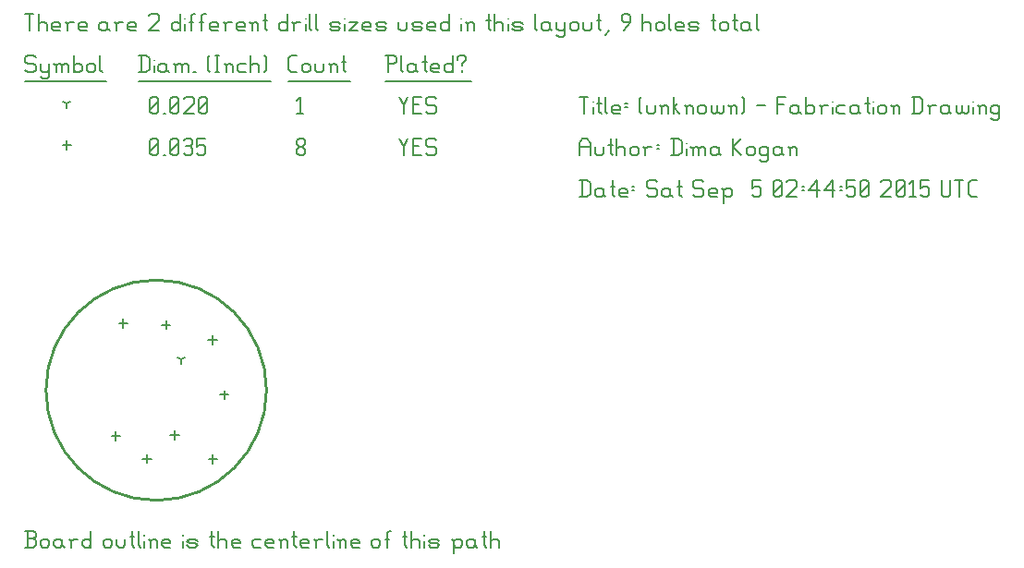
<source format=gbr>
G04 start of page 12 for group -3984 idx -3984 *
G04 Title: (unknown), fab *
G04 Creator: pcb 20140316 *
G04 CreationDate: Sat Sep  5 02:44:50 2015 UTC *
G04 For: dima *
G04 Format: Gerber/RS-274X *
G04 PCB-Dimensions (mil): 944.88 944.88 *
G04 PCB-Coordinate-Origin: lower left *
%MOIN*%
%FSLAX25Y25*%
%LNFAB*%
%ADD82C,0.0100*%
%ADD81C,0.0075*%
%ADD80C,0.0060*%
%ADD79C,0.0080*%
G54D79*X67636Y66959D02*Y63759D01*
X66036Y65359D02*X69236D01*
X35370Y73032D02*Y69832D01*
X33770Y71432D02*X36970D01*
X32677Y32309D02*Y29109D01*
X31077Y30709D02*X34277D01*
X50787Y72466D02*Y69266D01*
X49187Y70866D02*X52387D01*
X71738Y47192D02*Y43992D01*
X70138Y45592D02*X73338D01*
X43963Y24108D02*Y20908D01*
X42363Y22508D02*X45563D01*
X53937Y32702D02*Y29502D01*
X52337Y31102D02*X55537D01*
X67717Y24041D02*Y20841D01*
X66117Y22441D02*X69317D01*
X15000Y137338D02*Y134138D01*
X13400Y135738D02*X16600D01*
G54D80*X135000Y137988D02*X136500Y134988D01*
X138000Y137988D01*
X136500Y134988D02*Y131988D01*
X139800Y135288D02*X142050D01*
X139800Y131988D02*X142800D01*
X139800Y137988D02*Y131988D01*
Y137988D02*X142800D01*
X147600D02*X148350Y137238D01*
X145350Y137988D02*X147600D01*
X144600Y137238D02*X145350Y137988D01*
X144600Y137238D02*Y135738D01*
X145350Y134988D01*
X147600D01*
X148350Y134238D01*
Y132738D01*
X147600Y131988D02*X148350Y132738D01*
X145350Y131988D02*X147600D01*
X144600Y132738D02*X145350Y131988D01*
X98000Y132738D02*X98750Y131988D01*
X98000Y133938D02*Y132738D01*
Y133938D02*X99050Y134988D01*
X99950D01*
X101000Y133938D01*
Y132738D01*
X100250Y131988D02*X101000Y132738D01*
X98750Y131988D02*X100250D01*
X98000Y136038D02*X99050Y134988D01*
X98000Y137238D02*Y136038D01*
Y137238D02*X98750Y137988D01*
X100250D01*
X101000Y137238D01*
Y136038D01*
X99950Y134988D02*X101000Y136038D01*
X45000Y132738D02*X45750Y131988D01*
X45000Y137238D02*Y132738D01*
Y137238D02*X45750Y137988D01*
X47250D01*
X48000Y137238D01*
Y132738D01*
X47250Y131988D02*X48000Y132738D01*
X45750Y131988D02*X47250D01*
X45000Y133488D02*X48000Y136488D01*
X49800Y131988D02*X50550D01*
X52350Y132738D02*X53100Y131988D01*
X52350Y137238D02*Y132738D01*
Y137238D02*X53100Y137988D01*
X54600D01*
X55350Y137238D01*
Y132738D01*
X54600Y131988D02*X55350Y132738D01*
X53100Y131988D02*X54600D01*
X52350Y133488D02*X55350Y136488D01*
X57150Y137238D02*X57900Y137988D01*
X59400D01*
X60150Y137238D01*
X59400Y131988D02*X60150Y132738D01*
X57900Y131988D02*X59400D01*
X57150Y132738D02*X57900Y131988D01*
Y135288D02*X59400D01*
X60150Y137238D02*Y136038D01*
Y134538D02*Y132738D01*
Y134538D02*X59400Y135288D01*
X60150Y136038D02*X59400Y135288D01*
X61950Y137988D02*X64950D01*
X61950D02*Y134988D01*
X62700Y135738D01*
X64200D01*
X64950Y134988D01*
Y132738D01*
X64200Y131988D02*X64950Y132738D01*
X62700Y131988D02*X64200D01*
X61950Y132738D02*X62700Y131988D01*
X56299Y58268D02*Y56668D01*
Y58268D02*X57686Y59068D01*
X56299Y58268D02*X54913Y59068D01*
X15000Y150738D02*Y149138D01*
Y150738D02*X16387Y151538D01*
X15000Y150738D02*X13613Y151538D01*
X135000Y152988D02*X136500Y149988D01*
X138000Y152988D01*
X136500Y149988D02*Y146988D01*
X139800Y150288D02*X142050D01*
X139800Y146988D02*X142800D01*
X139800Y152988D02*Y146988D01*
Y152988D02*X142800D01*
X147600D02*X148350Y152238D01*
X145350Y152988D02*X147600D01*
X144600Y152238D02*X145350Y152988D01*
X144600Y152238D02*Y150738D01*
X145350Y149988D01*
X147600D01*
X148350Y149238D01*
Y147738D01*
X147600Y146988D02*X148350Y147738D01*
X145350Y146988D02*X147600D01*
X144600Y147738D02*X145350Y146988D01*
X98000Y151788D02*X99200Y152988D01*
Y146988D01*
X98000D02*X100250D01*
X45000Y147738D02*X45750Y146988D01*
X45000Y152238D02*Y147738D01*
Y152238D02*X45750Y152988D01*
X47250D01*
X48000Y152238D01*
Y147738D01*
X47250Y146988D02*X48000Y147738D01*
X45750Y146988D02*X47250D01*
X45000Y148488D02*X48000Y151488D01*
X49800Y146988D02*X50550D01*
X52350Y147738D02*X53100Y146988D01*
X52350Y152238D02*Y147738D01*
Y152238D02*X53100Y152988D01*
X54600D01*
X55350Y152238D01*
Y147738D01*
X54600Y146988D02*X55350Y147738D01*
X53100Y146988D02*X54600D01*
X52350Y148488D02*X55350Y151488D01*
X57150Y152238D02*X57900Y152988D01*
X60150D01*
X60900Y152238D01*
Y150738D01*
X57150Y146988D02*X60900Y150738D01*
X57150Y146988D02*X60900D01*
X62700Y147738D02*X63450Y146988D01*
X62700Y152238D02*Y147738D01*
Y152238D02*X63450Y152988D01*
X64950D01*
X65700Y152238D01*
Y147738D01*
X64950Y146988D02*X65700Y147738D01*
X63450Y146988D02*X64950D01*
X62700Y148488D02*X65700Y151488D01*
X3000Y167988D02*X3750Y167238D01*
X750Y167988D02*X3000D01*
X0Y167238D02*X750Y167988D01*
X0Y167238D02*Y165738D01*
X750Y164988D01*
X3000D01*
X3750Y164238D01*
Y162738D01*
X3000Y161988D02*X3750Y162738D01*
X750Y161988D02*X3000D01*
X0Y162738D02*X750Y161988D01*
X5550Y164988D02*Y162738D01*
X6300Y161988D01*
X8550Y164988D02*Y160488D01*
X7800Y159738D02*X8550Y160488D01*
X6300Y159738D02*X7800D01*
X5550Y160488D02*X6300Y159738D01*
Y161988D02*X7800D01*
X8550Y162738D01*
X11100Y164238D02*Y161988D01*
Y164238D02*X11850Y164988D01*
X12600D01*
X13350Y164238D01*
Y161988D01*
Y164238D02*X14100Y164988D01*
X14850D01*
X15600Y164238D01*
Y161988D01*
X10350Y164988D02*X11100Y164238D01*
X17400Y167988D02*Y161988D01*
Y162738D02*X18150Y161988D01*
X19650D01*
X20400Y162738D01*
Y164238D02*Y162738D01*
X19650Y164988D02*X20400Y164238D01*
X18150Y164988D02*X19650D01*
X17400Y164238D02*X18150Y164988D01*
X22200Y164238D02*Y162738D01*
Y164238D02*X22950Y164988D01*
X24450D01*
X25200Y164238D01*
Y162738D01*
X24450Y161988D02*X25200Y162738D01*
X22950Y161988D02*X24450D01*
X22200Y162738D02*X22950Y161988D01*
X27000Y167988D02*Y162738D01*
X27750Y161988D01*
X0Y158738D02*X29250D01*
X41750Y167988D02*Y161988D01*
X43700Y167988D02*X44750Y166938D01*
Y163038D01*
X43700Y161988D02*X44750Y163038D01*
X41000Y161988D02*X43700D01*
X41000Y167988D02*X43700D01*
G54D81*X46550Y166488D02*Y166338D01*
G54D80*Y164238D02*Y161988D01*
X50300Y164988D02*X51050Y164238D01*
X48800Y164988D02*X50300D01*
X48050Y164238D02*X48800Y164988D01*
X48050Y164238D02*Y162738D01*
X48800Y161988D01*
X51050Y164988D02*Y162738D01*
X51800Y161988D01*
X48800D02*X50300D01*
X51050Y162738D01*
X54350Y164238D02*Y161988D01*
Y164238D02*X55100Y164988D01*
X55850D01*
X56600Y164238D01*
Y161988D01*
Y164238D02*X57350Y164988D01*
X58100D01*
X58850Y164238D01*
Y161988D01*
X53600Y164988D02*X54350Y164238D01*
X60650Y161988D02*X61400D01*
X65900Y162738D02*X66650Y161988D01*
X65900Y167238D02*X66650Y167988D01*
X65900Y167238D02*Y162738D01*
X68450Y167988D02*X69950D01*
X69200D02*Y161988D01*
X68450D02*X69950D01*
X72500Y164238D02*Y161988D01*
Y164238D02*X73250Y164988D01*
X74000D01*
X74750Y164238D01*
Y161988D01*
X71750Y164988D02*X72500Y164238D01*
X77300Y164988D02*X79550D01*
X76550Y164238D02*X77300Y164988D01*
X76550Y164238D02*Y162738D01*
X77300Y161988D01*
X79550D01*
X81350Y167988D02*Y161988D01*
Y164238D02*X82100Y164988D01*
X83600D01*
X84350Y164238D01*
Y161988D01*
X86150Y167988D02*X86900Y167238D01*
Y162738D01*
X86150Y161988D02*X86900Y162738D01*
X41000Y158738D02*X88700D01*
X96050Y161988D02*X98000D01*
X95000Y163038D02*X96050Y161988D01*
X95000Y166938D02*Y163038D01*
Y166938D02*X96050Y167988D01*
X98000D01*
X99800Y164238D02*Y162738D01*
Y164238D02*X100550Y164988D01*
X102050D01*
X102800Y164238D01*
Y162738D01*
X102050Y161988D02*X102800Y162738D01*
X100550Y161988D02*X102050D01*
X99800Y162738D02*X100550Y161988D01*
X104600Y164988D02*Y162738D01*
X105350Y161988D01*
X106850D01*
X107600Y162738D01*
Y164988D02*Y162738D01*
X110150Y164238D02*Y161988D01*
Y164238D02*X110900Y164988D01*
X111650D01*
X112400Y164238D01*
Y161988D01*
X109400Y164988D02*X110150Y164238D01*
X114950Y167988D02*Y162738D01*
X115700Y161988D01*
X114200Y165738D02*X115700D01*
X95000Y158738D02*X117200D01*
X130750Y167988D02*Y161988D01*
X130000Y167988D02*X133000D01*
X133750Y167238D01*
Y165738D01*
X133000Y164988D02*X133750Y165738D01*
X130750Y164988D02*X133000D01*
X135550Y167988D02*Y162738D01*
X136300Y161988D01*
X140050Y164988D02*X140800Y164238D01*
X138550Y164988D02*X140050D01*
X137800Y164238D02*X138550Y164988D01*
X137800Y164238D02*Y162738D01*
X138550Y161988D01*
X140800Y164988D02*Y162738D01*
X141550Y161988D01*
X138550D02*X140050D01*
X140800Y162738D01*
X144100Y167988D02*Y162738D01*
X144850Y161988D01*
X143350Y165738D02*X144850D01*
X147100Y161988D02*X149350D01*
X146350Y162738D02*X147100Y161988D01*
X146350Y164238D02*Y162738D01*
Y164238D02*X147100Y164988D01*
X148600D01*
X149350Y164238D01*
X146350Y163488D02*X149350D01*
Y164238D02*Y163488D01*
X154150Y167988D02*Y161988D01*
X153400D02*X154150Y162738D01*
X151900Y161988D02*X153400D01*
X151150Y162738D02*X151900Y161988D01*
X151150Y164238D02*Y162738D01*
Y164238D02*X151900Y164988D01*
X153400D01*
X154150Y164238D01*
X157450Y164988D02*Y164238D01*
Y162738D02*Y161988D01*
X155950Y167238D02*Y166488D01*
Y167238D02*X156700Y167988D01*
X158200D01*
X158950Y167238D01*
Y166488D01*
X157450Y164988D02*X158950Y166488D01*
X130000Y158738D02*X160750D01*
X0Y182988D02*X3000D01*
X1500D02*Y176988D01*
X4800Y182988D02*Y176988D01*
Y179238D02*X5550Y179988D01*
X7050D01*
X7800Y179238D01*
Y176988D01*
X10350D02*X12600D01*
X9600Y177738D02*X10350Y176988D01*
X9600Y179238D02*Y177738D01*
Y179238D02*X10350Y179988D01*
X11850D01*
X12600Y179238D01*
X9600Y178488D02*X12600D01*
Y179238D02*Y178488D01*
X15150Y179238D02*Y176988D01*
Y179238D02*X15900Y179988D01*
X17400D01*
X14400D02*X15150Y179238D01*
X19950Y176988D02*X22200D01*
X19200Y177738D02*X19950Y176988D01*
X19200Y179238D02*Y177738D01*
Y179238D02*X19950Y179988D01*
X21450D01*
X22200Y179238D01*
X19200Y178488D02*X22200D01*
Y179238D02*Y178488D01*
X28950Y179988D02*X29700Y179238D01*
X27450Y179988D02*X28950D01*
X26700Y179238D02*X27450Y179988D01*
X26700Y179238D02*Y177738D01*
X27450Y176988D01*
X29700Y179988D02*Y177738D01*
X30450Y176988D01*
X27450D02*X28950D01*
X29700Y177738D01*
X33000Y179238D02*Y176988D01*
Y179238D02*X33750Y179988D01*
X35250D01*
X32250D02*X33000Y179238D01*
X37800Y176988D02*X40050D01*
X37050Y177738D02*X37800Y176988D01*
X37050Y179238D02*Y177738D01*
Y179238D02*X37800Y179988D01*
X39300D01*
X40050Y179238D01*
X37050Y178488D02*X40050D01*
Y179238D02*Y178488D01*
X44550Y182238D02*X45300Y182988D01*
X47550D01*
X48300Y182238D01*
Y180738D01*
X44550Y176988D02*X48300Y180738D01*
X44550Y176988D02*X48300D01*
X55800Y182988D02*Y176988D01*
X55050D02*X55800Y177738D01*
X53550Y176988D02*X55050D01*
X52800Y177738D02*X53550Y176988D01*
X52800Y179238D02*Y177738D01*
Y179238D02*X53550Y179988D01*
X55050D01*
X55800Y179238D01*
G54D81*X57600Y181488D02*Y181338D01*
G54D80*Y179238D02*Y176988D01*
X59850Y182238D02*Y176988D01*
Y182238D02*X60600Y182988D01*
X61350D01*
X59100Y179988D02*X60600D01*
X63600Y182238D02*Y176988D01*
Y182238D02*X64350Y182988D01*
X65100D01*
X62850Y179988D02*X64350D01*
X67350Y176988D02*X69600D01*
X66600Y177738D02*X67350Y176988D01*
X66600Y179238D02*Y177738D01*
Y179238D02*X67350Y179988D01*
X68850D01*
X69600Y179238D01*
X66600Y178488D02*X69600D01*
Y179238D02*Y178488D01*
X72150Y179238D02*Y176988D01*
Y179238D02*X72900Y179988D01*
X74400D01*
X71400D02*X72150Y179238D01*
X76950Y176988D02*X79200D01*
X76200Y177738D02*X76950Y176988D01*
X76200Y179238D02*Y177738D01*
Y179238D02*X76950Y179988D01*
X78450D01*
X79200Y179238D01*
X76200Y178488D02*X79200D01*
Y179238D02*Y178488D01*
X81750Y179238D02*Y176988D01*
Y179238D02*X82500Y179988D01*
X83250D01*
X84000Y179238D01*
Y176988D01*
X81000Y179988D02*X81750Y179238D01*
X86550Y182988D02*Y177738D01*
X87300Y176988D01*
X85800Y180738D02*X87300D01*
X94500Y182988D02*Y176988D01*
X93750D02*X94500Y177738D01*
X92250Y176988D02*X93750D01*
X91500Y177738D02*X92250Y176988D01*
X91500Y179238D02*Y177738D01*
Y179238D02*X92250Y179988D01*
X93750D01*
X94500Y179238D01*
X97050D02*Y176988D01*
Y179238D02*X97800Y179988D01*
X99300D01*
X96300D02*X97050Y179238D01*
G54D81*X101100Y181488D02*Y181338D01*
G54D80*Y179238D02*Y176988D01*
X102600Y182988D02*Y177738D01*
X103350Y176988D01*
X104850Y182988D02*Y177738D01*
X105600Y176988D01*
X110550D02*X112800D01*
X113550Y177738D01*
X112800Y178488D02*X113550Y177738D01*
X110550Y178488D02*X112800D01*
X109800Y179238D02*X110550Y178488D01*
X109800Y179238D02*X110550Y179988D01*
X112800D01*
X113550Y179238D01*
X109800Y177738D02*X110550Y176988D01*
G54D81*X115350Y181488D02*Y181338D01*
G54D80*Y179238D02*Y176988D01*
X116850Y179988D02*X119850D01*
X116850Y176988D02*X119850Y179988D01*
X116850Y176988D02*X119850D01*
X122400D02*X124650D01*
X121650Y177738D02*X122400Y176988D01*
X121650Y179238D02*Y177738D01*
Y179238D02*X122400Y179988D01*
X123900D01*
X124650Y179238D01*
X121650Y178488D02*X124650D01*
Y179238D02*Y178488D01*
X127200Y176988D02*X129450D01*
X130200Y177738D01*
X129450Y178488D02*X130200Y177738D01*
X127200Y178488D02*X129450D01*
X126450Y179238D02*X127200Y178488D01*
X126450Y179238D02*X127200Y179988D01*
X129450D01*
X130200Y179238D01*
X126450Y177738D02*X127200Y176988D01*
X134700Y179988D02*Y177738D01*
X135450Y176988D01*
X136950D01*
X137700Y177738D01*
Y179988D02*Y177738D01*
X140250Y176988D02*X142500D01*
X143250Y177738D01*
X142500Y178488D02*X143250Y177738D01*
X140250Y178488D02*X142500D01*
X139500Y179238D02*X140250Y178488D01*
X139500Y179238D02*X140250Y179988D01*
X142500D01*
X143250Y179238D01*
X139500Y177738D02*X140250Y176988D01*
X145800D02*X148050D01*
X145050Y177738D02*X145800Y176988D01*
X145050Y179238D02*Y177738D01*
Y179238D02*X145800Y179988D01*
X147300D01*
X148050Y179238D01*
X145050Y178488D02*X148050D01*
Y179238D02*Y178488D01*
X152850Y182988D02*Y176988D01*
X152100D02*X152850Y177738D01*
X150600Y176988D02*X152100D01*
X149850Y177738D02*X150600Y176988D01*
X149850Y179238D02*Y177738D01*
Y179238D02*X150600Y179988D01*
X152100D01*
X152850Y179238D01*
G54D81*X157350Y181488D02*Y181338D01*
G54D80*Y179238D02*Y176988D01*
X159600Y179238D02*Y176988D01*
Y179238D02*X160350Y179988D01*
X161100D01*
X161850Y179238D01*
Y176988D01*
X158850Y179988D02*X159600Y179238D01*
X167100Y182988D02*Y177738D01*
X167850Y176988D01*
X166350Y180738D02*X167850D01*
X169350Y182988D02*Y176988D01*
Y179238D02*X170100Y179988D01*
X171600D01*
X172350Y179238D01*
Y176988D01*
G54D81*X174150Y181488D02*Y181338D01*
G54D80*Y179238D02*Y176988D01*
X176400D02*X178650D01*
X179400Y177738D01*
X178650Y178488D02*X179400Y177738D01*
X176400Y178488D02*X178650D01*
X175650Y179238D02*X176400Y178488D01*
X175650Y179238D02*X176400Y179988D01*
X178650D01*
X179400Y179238D01*
X175650Y177738D02*X176400Y176988D01*
X183900Y182988D02*Y177738D01*
X184650Y176988D01*
X188400Y179988D02*X189150Y179238D01*
X186900Y179988D02*X188400D01*
X186150Y179238D02*X186900Y179988D01*
X186150Y179238D02*Y177738D01*
X186900Y176988D01*
X189150Y179988D02*Y177738D01*
X189900Y176988D01*
X186900D02*X188400D01*
X189150Y177738D01*
X191700Y179988D02*Y177738D01*
X192450Y176988D01*
X194700Y179988D02*Y175488D01*
X193950Y174738D02*X194700Y175488D01*
X192450Y174738D02*X193950D01*
X191700Y175488D02*X192450Y174738D01*
Y176988D02*X193950D01*
X194700Y177738D01*
X196500Y179238D02*Y177738D01*
Y179238D02*X197250Y179988D01*
X198750D01*
X199500Y179238D01*
Y177738D01*
X198750Y176988D02*X199500Y177738D01*
X197250Y176988D02*X198750D01*
X196500Y177738D02*X197250Y176988D01*
X201300Y179988D02*Y177738D01*
X202050Y176988D01*
X203550D01*
X204300Y177738D01*
Y179988D02*Y177738D01*
X206850Y182988D02*Y177738D01*
X207600Y176988D01*
X206100Y180738D02*X207600D01*
X209100Y175488D02*X210600Y176988D01*
X215850D02*X218100Y179988D01*
Y182238D02*Y179988D01*
X217350Y182988D02*X218100Y182238D01*
X215850Y182988D02*X217350D01*
X215100Y182238D02*X215850Y182988D01*
X215100Y182238D02*Y180738D01*
X215850Y179988D01*
X218100D01*
X222600Y182988D02*Y176988D01*
Y179238D02*X223350Y179988D01*
X224850D01*
X225600Y179238D01*
Y176988D01*
X227400Y179238D02*Y177738D01*
Y179238D02*X228150Y179988D01*
X229650D01*
X230400Y179238D01*
Y177738D01*
X229650Y176988D02*X230400Y177738D01*
X228150Y176988D02*X229650D01*
X227400Y177738D02*X228150Y176988D01*
X232200Y182988D02*Y177738D01*
X232950Y176988D01*
X235200D02*X237450D01*
X234450Y177738D02*X235200Y176988D01*
X234450Y179238D02*Y177738D01*
Y179238D02*X235200Y179988D01*
X236700D01*
X237450Y179238D01*
X234450Y178488D02*X237450D01*
Y179238D02*Y178488D01*
X240000Y176988D02*X242250D01*
X243000Y177738D01*
X242250Y178488D02*X243000Y177738D01*
X240000Y178488D02*X242250D01*
X239250Y179238D02*X240000Y178488D01*
X239250Y179238D02*X240000Y179988D01*
X242250D01*
X243000Y179238D01*
X239250Y177738D02*X240000Y176988D01*
X248250Y182988D02*Y177738D01*
X249000Y176988D01*
X247500Y180738D02*X249000D01*
X250500Y179238D02*Y177738D01*
Y179238D02*X251250Y179988D01*
X252750D01*
X253500Y179238D01*
Y177738D01*
X252750Y176988D02*X253500Y177738D01*
X251250Y176988D02*X252750D01*
X250500Y177738D02*X251250Y176988D01*
X256050Y182988D02*Y177738D01*
X256800Y176988D01*
X255300Y180738D02*X256800D01*
X260550Y179988D02*X261300Y179238D01*
X259050Y179988D02*X260550D01*
X258300Y179238D02*X259050Y179988D01*
X258300Y179238D02*Y177738D01*
X259050Y176988D01*
X261300Y179988D02*Y177738D01*
X262050Y176988D01*
X259050D02*X260550D01*
X261300Y177738D01*
X263850Y182988D02*Y177738D01*
X264600Y176988D01*
G54D82*X7480Y47244D02*G75*G03X7480Y47244I39764J0D01*G01*
G54D80*X0Y-9500D02*X3000D01*
X3750Y-8750D01*
Y-6950D02*Y-8750D01*
X3000Y-6200D02*X3750Y-6950D01*
X750Y-6200D02*X3000D01*
X750Y-3500D02*Y-9500D01*
X0Y-3500D02*X3000D01*
X3750Y-4250D01*
Y-5450D01*
X3000Y-6200D02*X3750Y-5450D01*
X5550Y-7250D02*Y-8750D01*
Y-7250D02*X6300Y-6500D01*
X7800D01*
X8550Y-7250D01*
Y-8750D01*
X7800Y-9500D02*X8550Y-8750D01*
X6300Y-9500D02*X7800D01*
X5550Y-8750D02*X6300Y-9500D01*
X12600Y-6500D02*X13350Y-7250D01*
X11100Y-6500D02*X12600D01*
X10350Y-7250D02*X11100Y-6500D01*
X10350Y-7250D02*Y-8750D01*
X11100Y-9500D01*
X13350Y-6500D02*Y-8750D01*
X14100Y-9500D01*
X11100D02*X12600D01*
X13350Y-8750D01*
X16650Y-7250D02*Y-9500D01*
Y-7250D02*X17400Y-6500D01*
X18900D01*
X15900D02*X16650Y-7250D01*
X23700Y-3500D02*Y-9500D01*
X22950D02*X23700Y-8750D01*
X21450Y-9500D02*X22950D01*
X20700Y-8750D02*X21450Y-9500D01*
X20700Y-7250D02*Y-8750D01*
Y-7250D02*X21450Y-6500D01*
X22950D01*
X23700Y-7250D01*
X28200D02*Y-8750D01*
Y-7250D02*X28950Y-6500D01*
X30450D01*
X31200Y-7250D01*
Y-8750D01*
X30450Y-9500D02*X31200Y-8750D01*
X28950Y-9500D02*X30450D01*
X28200Y-8750D02*X28950Y-9500D01*
X33000Y-6500D02*Y-8750D01*
X33750Y-9500D01*
X35250D01*
X36000Y-8750D01*
Y-6500D02*Y-8750D01*
X38550Y-3500D02*Y-8750D01*
X39300Y-9500D01*
X37800Y-5750D02*X39300D01*
X40800Y-3500D02*Y-8750D01*
X41550Y-9500D01*
G54D81*X43050Y-5000D02*Y-5150D01*
G54D80*Y-7250D02*Y-9500D01*
X45300Y-7250D02*Y-9500D01*
Y-7250D02*X46050Y-6500D01*
X46800D01*
X47550Y-7250D01*
Y-9500D01*
X44550Y-6500D02*X45300Y-7250D01*
X50100Y-9500D02*X52350D01*
X49350Y-8750D02*X50100Y-9500D01*
X49350Y-7250D02*Y-8750D01*
Y-7250D02*X50100Y-6500D01*
X51600D01*
X52350Y-7250D01*
X49350Y-8000D02*X52350D01*
Y-7250D02*Y-8000D01*
G54D81*X56850Y-5000D02*Y-5150D01*
G54D80*Y-7250D02*Y-9500D01*
X59100D02*X61350D01*
X62100Y-8750D01*
X61350Y-8000D02*X62100Y-8750D01*
X59100Y-8000D02*X61350D01*
X58350Y-7250D02*X59100Y-8000D01*
X58350Y-7250D02*X59100Y-6500D01*
X61350D01*
X62100Y-7250D01*
X58350Y-8750D02*X59100Y-9500D01*
X67350Y-3500D02*Y-8750D01*
X68100Y-9500D01*
X66600Y-5750D02*X68100D01*
X69600Y-3500D02*Y-9500D01*
Y-7250D02*X70350Y-6500D01*
X71850D01*
X72600Y-7250D01*
Y-9500D01*
X75150D02*X77400D01*
X74400Y-8750D02*X75150Y-9500D01*
X74400Y-7250D02*Y-8750D01*
Y-7250D02*X75150Y-6500D01*
X76650D01*
X77400Y-7250D01*
X74400Y-8000D02*X77400D01*
Y-7250D02*Y-8000D01*
X82650Y-6500D02*X84900D01*
X81900Y-7250D02*X82650Y-6500D01*
X81900Y-7250D02*Y-8750D01*
X82650Y-9500D01*
X84900D01*
X87450D02*X89700D01*
X86700Y-8750D02*X87450Y-9500D01*
X86700Y-7250D02*Y-8750D01*
Y-7250D02*X87450Y-6500D01*
X88950D01*
X89700Y-7250D01*
X86700Y-8000D02*X89700D01*
Y-7250D02*Y-8000D01*
X92250Y-7250D02*Y-9500D01*
Y-7250D02*X93000Y-6500D01*
X93750D01*
X94500Y-7250D01*
Y-9500D01*
X91500Y-6500D02*X92250Y-7250D01*
X97050Y-3500D02*Y-8750D01*
X97800Y-9500D01*
X96300Y-5750D02*X97800D01*
X100050Y-9500D02*X102300D01*
X99300Y-8750D02*X100050Y-9500D01*
X99300Y-7250D02*Y-8750D01*
Y-7250D02*X100050Y-6500D01*
X101550D01*
X102300Y-7250D01*
X99300Y-8000D02*X102300D01*
Y-7250D02*Y-8000D01*
X104850Y-7250D02*Y-9500D01*
Y-7250D02*X105600Y-6500D01*
X107100D01*
X104100D02*X104850Y-7250D01*
X108900Y-3500D02*Y-8750D01*
X109650Y-9500D01*
G54D81*X111150Y-5000D02*Y-5150D01*
G54D80*Y-7250D02*Y-9500D01*
X113400Y-7250D02*Y-9500D01*
Y-7250D02*X114150Y-6500D01*
X114900D01*
X115650Y-7250D01*
Y-9500D01*
X112650Y-6500D02*X113400Y-7250D01*
X118200Y-9500D02*X120450D01*
X117450Y-8750D02*X118200Y-9500D01*
X117450Y-7250D02*Y-8750D01*
Y-7250D02*X118200Y-6500D01*
X119700D01*
X120450Y-7250D01*
X117450Y-8000D02*X120450D01*
Y-7250D02*Y-8000D01*
X124950Y-7250D02*Y-8750D01*
Y-7250D02*X125700Y-6500D01*
X127200D01*
X127950Y-7250D01*
Y-8750D01*
X127200Y-9500D02*X127950Y-8750D01*
X125700Y-9500D02*X127200D01*
X124950Y-8750D02*X125700Y-9500D01*
X130500Y-4250D02*Y-9500D01*
Y-4250D02*X131250Y-3500D01*
X132000D01*
X129750Y-6500D02*X131250D01*
X136950Y-3500D02*Y-8750D01*
X137700Y-9500D01*
X136200Y-5750D02*X137700D01*
X139200Y-3500D02*Y-9500D01*
Y-7250D02*X139950Y-6500D01*
X141450D01*
X142200Y-7250D01*
Y-9500D01*
G54D81*X144000Y-5000D02*Y-5150D01*
G54D80*Y-7250D02*Y-9500D01*
X146250D02*X148500D01*
X149250Y-8750D01*
X148500Y-8000D02*X149250Y-8750D01*
X146250Y-8000D02*X148500D01*
X145500Y-7250D02*X146250Y-8000D01*
X145500Y-7250D02*X146250Y-6500D01*
X148500D01*
X149250Y-7250D01*
X145500Y-8750D02*X146250Y-9500D01*
X154500Y-7250D02*Y-11750D01*
X153750Y-6500D02*X154500Y-7250D01*
X155250Y-6500D01*
X156750D01*
X157500Y-7250D01*
Y-8750D01*
X156750Y-9500D02*X157500Y-8750D01*
X155250Y-9500D02*X156750D01*
X154500Y-8750D02*X155250Y-9500D01*
X161550Y-6500D02*X162300Y-7250D01*
X160050Y-6500D02*X161550D01*
X159300Y-7250D02*X160050Y-6500D01*
X159300Y-7250D02*Y-8750D01*
X160050Y-9500D01*
X162300Y-6500D02*Y-8750D01*
X163050Y-9500D01*
X160050D02*X161550D01*
X162300Y-8750D01*
X165600Y-3500D02*Y-8750D01*
X166350Y-9500D01*
X164850Y-5750D02*X166350D01*
X167850Y-3500D02*Y-9500D01*
Y-7250D02*X168600Y-6500D01*
X170100D01*
X170850Y-7250D01*
Y-9500D01*
X200750Y122988D02*Y116988D01*
X202700Y122988D02*X203750Y121938D01*
Y118038D01*
X202700Y116988D02*X203750Y118038D01*
X200000Y116988D02*X202700D01*
X200000Y122988D02*X202700D01*
X207800Y119988D02*X208550Y119238D01*
X206300Y119988D02*X207800D01*
X205550Y119238D02*X206300Y119988D01*
X205550Y119238D02*Y117738D01*
X206300Y116988D01*
X208550Y119988D02*Y117738D01*
X209300Y116988D01*
X206300D02*X207800D01*
X208550Y117738D01*
X211850Y122988D02*Y117738D01*
X212600Y116988D01*
X211100Y120738D02*X212600D01*
X214850Y116988D02*X217100D01*
X214100Y117738D02*X214850Y116988D01*
X214100Y119238D02*Y117738D01*
Y119238D02*X214850Y119988D01*
X216350D01*
X217100Y119238D01*
X214100Y118488D02*X217100D01*
Y119238D02*Y118488D01*
X218900Y120738D02*X219650D01*
X218900Y119238D02*X219650D01*
X227150Y122988D02*X227900Y122238D01*
X224900Y122988D02*X227150D01*
X224150Y122238D02*X224900Y122988D01*
X224150Y122238D02*Y120738D01*
X224900Y119988D01*
X227150D01*
X227900Y119238D01*
Y117738D01*
X227150Y116988D02*X227900Y117738D01*
X224900Y116988D02*X227150D01*
X224150Y117738D02*X224900Y116988D01*
X231950Y119988D02*X232700Y119238D01*
X230450Y119988D02*X231950D01*
X229700Y119238D02*X230450Y119988D01*
X229700Y119238D02*Y117738D01*
X230450Y116988D01*
X232700Y119988D02*Y117738D01*
X233450Y116988D01*
X230450D02*X231950D01*
X232700Y117738D01*
X236000Y122988D02*Y117738D01*
X236750Y116988D01*
X235250Y120738D02*X236750D01*
X243950Y122988D02*X244700Y122238D01*
X241700Y122988D02*X243950D01*
X240950Y122238D02*X241700Y122988D01*
X240950Y122238D02*Y120738D01*
X241700Y119988D01*
X243950D01*
X244700Y119238D01*
Y117738D01*
X243950Y116988D02*X244700Y117738D01*
X241700Y116988D02*X243950D01*
X240950Y117738D02*X241700Y116988D01*
X247250D02*X249500D01*
X246500Y117738D02*X247250Y116988D01*
X246500Y119238D02*Y117738D01*
Y119238D02*X247250Y119988D01*
X248750D01*
X249500Y119238D01*
X246500Y118488D02*X249500D01*
Y119238D02*Y118488D01*
X252050Y119238D02*Y114738D01*
X251300Y119988D02*X252050Y119238D01*
X252800Y119988D01*
X254300D01*
X255050Y119238D01*
Y117738D01*
X254300Y116988D02*X255050Y117738D01*
X252800Y116988D02*X254300D01*
X252050Y117738D02*X252800Y116988D01*
X262250Y122988D02*X265250D01*
X262250D02*Y119988D01*
X263000Y120738D01*
X264500D01*
X265250Y119988D01*
Y117738D01*
X264500Y116988D02*X265250Y117738D01*
X263000Y116988D02*X264500D01*
X262250Y117738D02*X263000Y116988D01*
X269750Y117738D02*X270500Y116988D01*
X269750Y122238D02*Y117738D01*
Y122238D02*X270500Y122988D01*
X272000D01*
X272750Y122238D01*
Y117738D01*
X272000Y116988D02*X272750Y117738D01*
X270500Y116988D02*X272000D01*
X269750Y118488D02*X272750Y121488D01*
X274550Y122238D02*X275300Y122988D01*
X277550D01*
X278300Y122238D01*
Y120738D01*
X274550Y116988D02*X278300Y120738D01*
X274550Y116988D02*X278300D01*
X280100Y120738D02*X280850D01*
X280100Y119238D02*X280850D01*
X282650D02*X285650Y122988D01*
X282650Y119238D02*X286400D01*
X285650Y122988D02*Y116988D01*
X288200Y119238D02*X291200Y122988D01*
X288200Y119238D02*X291950D01*
X291200Y122988D02*Y116988D01*
X293750Y120738D02*X294500D01*
X293750Y119238D02*X294500D01*
X296300Y122988D02*X299300D01*
X296300D02*Y119988D01*
X297050Y120738D01*
X298550D01*
X299300Y119988D01*
Y117738D01*
X298550Y116988D02*X299300Y117738D01*
X297050Y116988D02*X298550D01*
X296300Y117738D02*X297050Y116988D01*
X301100Y117738D02*X301850Y116988D01*
X301100Y122238D02*Y117738D01*
Y122238D02*X301850Y122988D01*
X303350D01*
X304100Y122238D01*
Y117738D01*
X303350Y116988D02*X304100Y117738D01*
X301850Y116988D02*X303350D01*
X301100Y118488D02*X304100Y121488D01*
X308600Y122238D02*X309350Y122988D01*
X311600D01*
X312350Y122238D01*
Y120738D01*
X308600Y116988D02*X312350Y120738D01*
X308600Y116988D02*X312350D01*
X314150Y117738D02*X314900Y116988D01*
X314150Y122238D02*Y117738D01*
Y122238D02*X314900Y122988D01*
X316400D01*
X317150Y122238D01*
Y117738D01*
X316400Y116988D02*X317150Y117738D01*
X314900Y116988D02*X316400D01*
X314150Y118488D02*X317150Y121488D01*
X318950Y121788D02*X320150Y122988D01*
Y116988D01*
X318950D02*X321200D01*
X323000Y122988D02*X326000D01*
X323000D02*Y119988D01*
X323750Y120738D01*
X325250D01*
X326000Y119988D01*
Y117738D01*
X325250Y116988D02*X326000Y117738D01*
X323750Y116988D02*X325250D01*
X323000Y117738D02*X323750Y116988D01*
X330500Y122988D02*Y117738D01*
X331250Y116988D01*
X332750D01*
X333500Y117738D01*
Y122988D02*Y117738D01*
X335300Y122988D02*X338300D01*
X336800D02*Y116988D01*
X341150D02*X343100D01*
X340100Y118038D02*X341150Y116988D01*
X340100Y121938D02*Y118038D01*
Y121938D02*X341150Y122988D01*
X343100D01*
X200000Y136488D02*Y131988D01*
Y136488D02*X201050Y137988D01*
X202700D01*
X203750Y136488D01*
Y131988D01*
X200000Y134988D02*X203750D01*
X205550D02*Y132738D01*
X206300Y131988D01*
X207800D01*
X208550Y132738D01*
Y134988D02*Y132738D01*
X211100Y137988D02*Y132738D01*
X211850Y131988D01*
X210350Y135738D02*X211850D01*
X213350Y137988D02*Y131988D01*
Y134238D02*X214100Y134988D01*
X215600D01*
X216350Y134238D01*
Y131988D01*
X218150Y134238D02*Y132738D01*
Y134238D02*X218900Y134988D01*
X220400D01*
X221150Y134238D01*
Y132738D01*
X220400Y131988D02*X221150Y132738D01*
X218900Y131988D02*X220400D01*
X218150Y132738D02*X218900Y131988D01*
X223700Y134238D02*Y131988D01*
Y134238D02*X224450Y134988D01*
X225950D01*
X222950D02*X223700Y134238D01*
X227750Y135738D02*X228500D01*
X227750Y134238D02*X228500D01*
X233750Y137988D02*Y131988D01*
X235700Y137988D02*X236750Y136938D01*
Y133038D01*
X235700Y131988D02*X236750Y133038D01*
X233000Y131988D02*X235700D01*
X233000Y137988D02*X235700D01*
G54D81*X238550Y136488D02*Y136338D01*
G54D80*Y134238D02*Y131988D01*
X240800Y134238D02*Y131988D01*
Y134238D02*X241550Y134988D01*
X242300D01*
X243050Y134238D01*
Y131988D01*
Y134238D02*X243800Y134988D01*
X244550D01*
X245300Y134238D01*
Y131988D01*
X240050Y134988D02*X240800Y134238D01*
X249350Y134988D02*X250100Y134238D01*
X247850Y134988D02*X249350D01*
X247100Y134238D02*X247850Y134988D01*
X247100Y134238D02*Y132738D01*
X247850Y131988D01*
X250100Y134988D02*Y132738D01*
X250850Y131988D01*
X247850D02*X249350D01*
X250100Y132738D01*
X255350Y137988D02*Y131988D01*
Y134988D02*X258350Y137988D01*
X255350Y134988D02*X258350Y131988D01*
X260150Y134238D02*Y132738D01*
Y134238D02*X260900Y134988D01*
X262400D01*
X263150Y134238D01*
Y132738D01*
X262400Y131988D02*X263150Y132738D01*
X260900Y131988D02*X262400D01*
X260150Y132738D02*X260900Y131988D01*
X267200Y134988D02*X267950Y134238D01*
X265700Y134988D02*X267200D01*
X264950Y134238D02*X265700Y134988D01*
X264950Y134238D02*Y132738D01*
X265700Y131988D01*
X267200D01*
X267950Y132738D01*
X264950Y130488D02*X265700Y129738D01*
X267200D01*
X267950Y130488D01*
Y134988D02*Y130488D01*
X272000Y134988D02*X272750Y134238D01*
X270500Y134988D02*X272000D01*
X269750Y134238D02*X270500Y134988D01*
X269750Y134238D02*Y132738D01*
X270500Y131988D01*
X272750Y134988D02*Y132738D01*
X273500Y131988D01*
X270500D02*X272000D01*
X272750Y132738D01*
X276050Y134238D02*Y131988D01*
Y134238D02*X276800Y134988D01*
X277550D01*
X278300Y134238D01*
Y131988D01*
X275300Y134988D02*X276050Y134238D01*
X200000Y152988D02*X203000D01*
X201500D02*Y146988D01*
G54D81*X204800Y151488D02*Y151338D01*
G54D80*Y149238D02*Y146988D01*
X207050Y152988D02*Y147738D01*
X207800Y146988D01*
X206300Y150738D02*X207800D01*
X209300Y152988D02*Y147738D01*
X210050Y146988D01*
X212300D02*X214550D01*
X211550Y147738D02*X212300Y146988D01*
X211550Y149238D02*Y147738D01*
Y149238D02*X212300Y149988D01*
X213800D01*
X214550Y149238D01*
X211550Y148488D02*X214550D01*
Y149238D02*Y148488D01*
X216350Y150738D02*X217100D01*
X216350Y149238D02*X217100D01*
X221600Y147738D02*X222350Y146988D01*
X221600Y152238D02*X222350Y152988D01*
X221600Y152238D02*Y147738D01*
X224150Y149988D02*Y147738D01*
X224900Y146988D01*
X226400D01*
X227150Y147738D01*
Y149988D02*Y147738D01*
X229700Y149238D02*Y146988D01*
Y149238D02*X230450Y149988D01*
X231200D01*
X231950Y149238D01*
Y146988D01*
X228950Y149988D02*X229700Y149238D01*
X233750Y152988D02*Y146988D01*
Y149238D02*X236000Y146988D01*
X233750Y149238D02*X235250Y150738D01*
X238550Y149238D02*Y146988D01*
Y149238D02*X239300Y149988D01*
X240050D01*
X240800Y149238D01*
Y146988D01*
X237800Y149988D02*X238550Y149238D01*
X242600D02*Y147738D01*
Y149238D02*X243350Y149988D01*
X244850D01*
X245600Y149238D01*
Y147738D01*
X244850Y146988D02*X245600Y147738D01*
X243350Y146988D02*X244850D01*
X242600Y147738D02*X243350Y146988D01*
X247400Y149988D02*Y147738D01*
X248150Y146988D01*
X248900D01*
X249650Y147738D01*
Y149988D02*Y147738D01*
X250400Y146988D01*
X251150D01*
X251900Y147738D01*
Y149988D02*Y147738D01*
X254450Y149238D02*Y146988D01*
Y149238D02*X255200Y149988D01*
X255950D01*
X256700Y149238D01*
Y146988D01*
X253700Y149988D02*X254450Y149238D01*
X258500Y152988D02*X259250Y152238D01*
Y147738D01*
X258500Y146988D02*X259250Y147738D01*
X263750Y149988D02*X266750D01*
X271250Y152988D02*Y146988D01*
Y152988D02*X274250D01*
X271250Y150288D02*X273500D01*
X278300Y149988D02*X279050Y149238D01*
X276800Y149988D02*X278300D01*
X276050Y149238D02*X276800Y149988D01*
X276050Y149238D02*Y147738D01*
X276800Y146988D01*
X279050Y149988D02*Y147738D01*
X279800Y146988D01*
X276800D02*X278300D01*
X279050Y147738D01*
X281600Y152988D02*Y146988D01*
Y147738D02*X282350Y146988D01*
X283850D01*
X284600Y147738D01*
Y149238D02*Y147738D01*
X283850Y149988D02*X284600Y149238D01*
X282350Y149988D02*X283850D01*
X281600Y149238D02*X282350Y149988D01*
X287150Y149238D02*Y146988D01*
Y149238D02*X287900Y149988D01*
X289400D01*
X286400D02*X287150Y149238D01*
G54D81*X291200Y151488D02*Y151338D01*
G54D80*Y149238D02*Y146988D01*
X293450Y149988D02*X295700D01*
X292700Y149238D02*X293450Y149988D01*
X292700Y149238D02*Y147738D01*
X293450Y146988D01*
X295700D01*
X299750Y149988D02*X300500Y149238D01*
X298250Y149988D02*X299750D01*
X297500Y149238D02*X298250Y149988D01*
X297500Y149238D02*Y147738D01*
X298250Y146988D01*
X300500Y149988D02*Y147738D01*
X301250Y146988D01*
X298250D02*X299750D01*
X300500Y147738D01*
X303800Y152988D02*Y147738D01*
X304550Y146988D01*
X303050Y150738D02*X304550D01*
G54D81*X306050Y151488D02*Y151338D01*
G54D80*Y149238D02*Y146988D01*
X307550Y149238D02*Y147738D01*
Y149238D02*X308300Y149988D01*
X309800D01*
X310550Y149238D01*
Y147738D01*
X309800Y146988D02*X310550Y147738D01*
X308300Y146988D02*X309800D01*
X307550Y147738D02*X308300Y146988D01*
X313100Y149238D02*Y146988D01*
Y149238D02*X313850Y149988D01*
X314600D01*
X315350Y149238D01*
Y146988D01*
X312350Y149988D02*X313100Y149238D01*
X320600Y152988D02*Y146988D01*
X322550Y152988D02*X323600Y151938D01*
Y148038D01*
X322550Y146988D02*X323600Y148038D01*
X319850Y146988D02*X322550D01*
X319850Y152988D02*X322550D01*
X326150Y149238D02*Y146988D01*
Y149238D02*X326900Y149988D01*
X328400D01*
X325400D02*X326150Y149238D01*
X332450Y149988D02*X333200Y149238D01*
X330950Y149988D02*X332450D01*
X330200Y149238D02*X330950Y149988D01*
X330200Y149238D02*Y147738D01*
X330950Y146988D01*
X333200Y149988D02*Y147738D01*
X333950Y146988D01*
X330950D02*X332450D01*
X333200Y147738D01*
X335750Y149988D02*Y147738D01*
X336500Y146988D01*
X337250D01*
X338000Y147738D01*
Y149988D02*Y147738D01*
X338750Y146988D01*
X339500D01*
X340250Y147738D01*
Y149988D02*Y147738D01*
G54D81*X342050Y151488D02*Y151338D01*
G54D80*Y149238D02*Y146988D01*
X344300Y149238D02*Y146988D01*
Y149238D02*X345050Y149988D01*
X345800D01*
X346550Y149238D01*
Y146988D01*
X343550Y149988D02*X344300Y149238D01*
X350600Y149988D02*X351350Y149238D01*
X349100Y149988D02*X350600D01*
X348350Y149238D02*X349100Y149988D01*
X348350Y149238D02*Y147738D01*
X349100Y146988D01*
X350600D01*
X351350Y147738D01*
X348350Y145488D02*X349100Y144738D01*
X350600D01*
X351350Y145488D01*
Y149988D02*Y145488D01*
M02*

</source>
